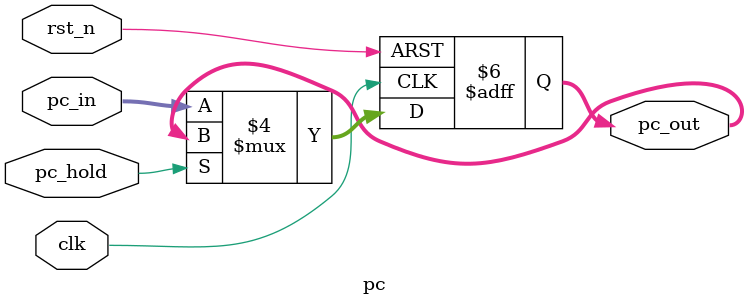
<source format=v>
`timescale 1ns / 1ps

module pc (
    input           clk,
    input           rst_n,
    input           pc_hold,
    input [31:0]    pc_in,
    output reg [31:0]   pc_out
);

    always @(posedge clk or negedge rst_n) begin
        if (!rst_n) begin
            // if reset is active
            pc_out <= 32'b0;
        end else if (pc_hold) begin
            pc_out <= pc_out;
        end else begin
            // otherwise, update pc_out with pc_in
            pc_out <= pc_in;
        end
    end

endmodule
</source>
